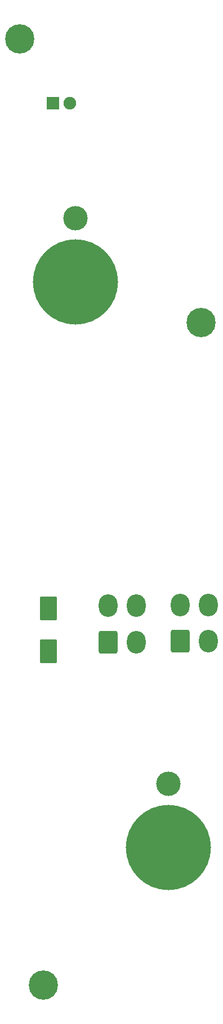
<source format=gbr>
%TF.GenerationSoftware,KiCad,Pcbnew,(6.0.9)*%
%TF.CreationDate,2023-04-01T15:42:22-08:00*%
%TF.ProjectId,SPIN RCV PANEL,5350494e-2052-4435-9620-50414e454c2e,3*%
%TF.SameCoordinates,Original*%
%TF.FileFunction,Soldermask,Bot*%
%TF.FilePolarity,Negative*%
%FSLAX46Y46*%
G04 Gerber Fmt 4.6, Leading zero omitted, Abs format (unit mm)*
G04 Created by KiCad (PCBNEW (6.0.9)) date 2023-04-01 15:42:22*
%MOMM*%
%LPD*%
G01*
G04 APERTURE LIST*
G04 Aperture macros list*
%AMRoundRect*
0 Rectangle with rounded corners*
0 $1 Rounding radius*
0 $2 $3 $4 $5 $6 $7 $8 $9 X,Y pos of 4 corners*
0 Add a 4 corners polygon primitive as box body*
4,1,4,$2,$3,$4,$5,$6,$7,$8,$9,$2,$3,0*
0 Add four circle primitives for the rounded corners*
1,1,$1+$1,$2,$3*
1,1,$1+$1,$4,$5*
1,1,$1+$1,$6,$7*
1,1,$1+$1,$8,$9*
0 Add four rect primitives between the rounded corners*
20,1,$1+$1,$2,$3,$4,$5,0*
20,1,$1+$1,$4,$5,$6,$7,0*
20,1,$1+$1,$6,$7,$8,$9,0*
20,1,$1+$1,$8,$9,$2,$3,0*%
G04 Aperture macros list end*
%ADD10C,12.800000*%
%ADD11C,3.672000*%
%ADD12C,4.400000*%
%ADD13RoundRect,0.300000X1.000000X-1.500000X1.000000X1.500000X-1.000000X1.500000X-1.000000X-1.500000X0*%
%ADD14RoundRect,0.050000X-0.900000X-0.900000X0.900000X-0.900000X0.900000X0.900000X-0.900000X0.900000X0*%
%ADD15C,1.900000*%
%ADD16RoundRect,0.300001X-1.099999X-1.399999X1.099999X-1.399999X1.099999X1.399999X-1.099999X1.399999X0*%
%ADD17O,2.800000X3.400000*%
G04 APERTURE END LIST*
D10*
%TO.C,REF\u002A\u002A*%
X130776160Y-160717259D03*
D11*
X130776160Y-151192259D03*
D10*
X130776160Y-160717259D03*
%TD*%
%TO.C,REF\u002A\u002A*%
X116806160Y-75787104D03*
D11*
X116806160Y-66262104D03*
D10*
X116806160Y-75787104D03*
%TD*%
D12*
%TO.C,REF\u002A\u002A*%
X108487660Y-39338104D03*
%TD*%
%TO.C,REF\u002A\u002A*%
X135729160Y-81883104D03*
%TD*%
%TO.C,REF\u002A\u002A*%
X112043660Y-181387604D03*
%TD*%
D13*
%TO.C,C1*%
X112791537Y-131311168D03*
X112791537Y-124811168D03*
%TD*%
D14*
%TO.C,D1*%
X113476537Y-49002168D03*
D15*
X116016537Y-49002168D03*
%TD*%
D16*
%TO.C,J1*%
X132622537Y-129802168D03*
D17*
X136822537Y-129802168D03*
X132622537Y-124302168D03*
X136822537Y-124302168D03*
%TD*%
D16*
%TO.C,J2*%
X121757537Y-129902168D03*
D17*
X125957537Y-129902168D03*
X121757537Y-124402168D03*
X125957537Y-124402168D03*
%TD*%
M02*

</source>
